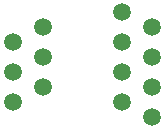
<source format=gbs>
%FSLAX33Y33*%
%MOMM*%
%ADD10C,1.49*%
%ADD11C,1.5*%
D10*
%LNbottom solder mask_traces*%
%LNbottom solder mask component 9bedb3a682e5a9c3*%
G01*
X20705Y5075D03*
X20705Y7615D03*
X20705Y10155D03*
X20705Y12695D03*
X23245Y11425D03*
X23245Y8885D03*
X23245Y6345D03*
X23245Y3805D03*
%LNbottom solder mask component 4d4f1128591a25da*%
D11*
X13995Y11425D03*
X13995Y8885D03*
X13995Y6345D03*
X11455Y5075D03*
X11455Y7615D03*
X11455Y10155D03*
M02*
</source>
